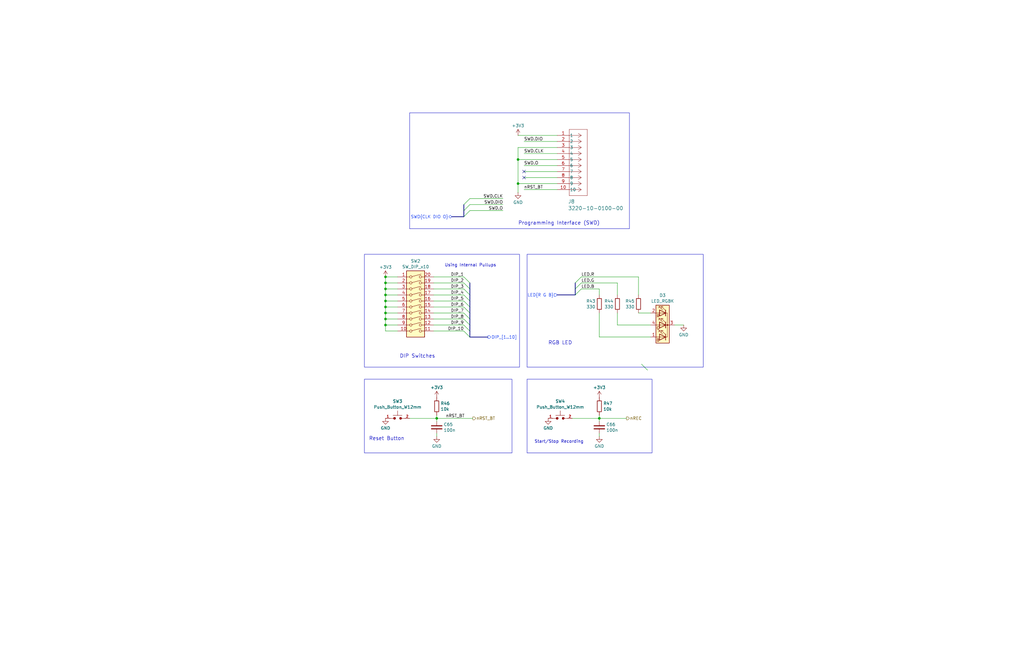
<source format=kicad_sch>
(kicad_sch (version 20231120) (generator "eeschema") (generator_version "8.0")
  (paper "B")
  (title_block (title "Camera Testing Board") (date "2024-10-19") (rev "1") (comment 1 "E. Eidt"))
  (lib_symbols
    (symbol "Device:LED_BRKG" (pin_names (offset 0) hide)
      (property "Reference" "D" (at 0 9.398 0))
      (property "Value" "LED_BRKG" (at 0 -8.89 0))
      (symbol "LED_BRKG_0_0"
        (text "B" (at 1.905 -6.35 0) (effects (font (size 1.27 1.27))))
        (text "G" (at 1.905 -1.27 0) (effects (font (size 1.27 1.27))))
        (text "R" (at 1.905 3.81 0) (effects (font (size 1.27 1.27))))
      )
      (symbol "LED_BRKG_0_1"
        (circle (center -2.032 0) (radius 0.254) (fill (type outline)))
        (polyline (pts (xy -1.27 -5.08) (xy 1.27 -5.08)))
        (polyline (pts (xy -1.27 -3.81) (xy -1.27 -6.35)) (stroke (width 0.254)))
        (polyline (pts (xy -1.27 0) (xy -2.54 0)))
        (polyline (pts (xy -1.27 1.27) (xy -1.27 -1.27)) (stroke (width 0.254)))
        (polyline (pts (xy -1.27 5.08) (xy 1.27 5.08)))
        (polyline (pts (xy -1.27 6.35) (xy -1.27 3.81)) (stroke (width 0.254)))
        (polyline (pts (xy 1.27 -5.08) (xy 2.54 -5.08)))
        (polyline (pts (xy 1.27 0) (xy -1.27 0)))
        (polyline (pts (xy 1.27 0) (xy 2.54 0)))
        (polyline (pts (xy 1.27 5.08) (xy 2.54 5.08)))
        (polyline (pts (xy -1.27 1.27) (xy -1.27 -1.27) (xy -1.27 -1.27)))
        (polyline (pts (xy -1.27 6.35) (xy -1.27 3.81) (xy -1.27 3.81)))
        (polyline (pts (xy -1.27 5.08) (xy -2.032 5.08) (xy -2.032 -5.08) (xy -1.016 -5.08)))
        (polyline (pts (xy 1.27 -3.81) (xy 1.27 -6.35) (xy -1.27 -5.08) (xy 1.27 -3.81)) (stroke (width 0.254)))
        (polyline (pts (xy 1.27 1.27) (xy 1.27 -1.27) (xy -1.27 0) (xy 1.27 1.27)) (stroke (width 0.254)))
        (polyline (pts (xy 1.27 6.35) (xy 1.27 3.81) (xy -1.27 5.08) (xy 1.27 6.35)) (stroke (width 0.254)))
        (polyline (pts (xy -1.016 -3.81) (xy 0.508 -2.286) (xy -0.254 -2.286) (xy 0.508 -2.286) (xy 0.508 -3.048)))
        (polyline (pts (xy -1.016 1.27) (xy 0.508 2.794) (xy -0.254 2.794) (xy 0.508 2.794) (xy 0.508 2.032)))
        (polyline (pts (xy -1.016 6.35) (xy 0.508 7.874) (xy -0.254 7.874) (xy 0.508 7.874) (xy 0.508 7.112)))
        (polyline (pts (xy 0 -3.81) (xy 1.524 -2.286) (xy 0.762 -2.286) (xy 1.524 -2.286) (xy 1.524 -3.048)))
        (polyline (pts (xy 0 1.27) (xy 1.524 2.794) (xy 0.762 2.794) (xy 1.524 2.794) (xy 1.524 2.032)))
        (polyline (pts (xy 0 6.35) (xy 1.524 7.874) (xy 0.762 7.874) (xy 1.524 7.874) (xy 1.524 7.112)))
        (rectangle (start 1.27 -1.27) (end 1.27 1.27))
        (rectangle (start 1.27 1.27) (end 1.27 1.27))
        (rectangle (start 1.27 3.81) (end 1.27 6.35))
        (rectangle (start 1.27 6.35) (end 1.27 6.35))
        (rectangle (start 2.794 8.382) (end -2.794 -7.62) (stroke (width 0.254)) (fill (type background)))
      )
      (symbol "LED_BRKG_1_1"
        (pin passive line (at 5.08 -5.08 180) (length 2.54) (name "BA") (number "1"))
        (pin passive line (at 5.08 5.08 180) (length 2.54) (name "RA") (number "2"))
        (pin passive line (at -5.08 0 0) (length 2.54) (name "K") (number "3"))
        (pin passive line (at 5.08 0 180) (length 2.54) (name "GA") (number "4"))
      )
    )
    (symbol "PCM_SL_Capacitors:100nF_Ceramic"
      (property "Reference" "C" (at 0 6.35 0))
      (property "Value" "100nF_Ceramic" (at 0 3.81 0))
      (symbol "100nF_Ceramic_0_1"
        (rectangle (start -0.762 2.286) (end -0.508 -2.286) (fill (type outline)))
        (rectangle (start 0.508 2.286) (end 0.762 -2.286) (fill (type outline)))
      )
      (symbol "100nF_Ceramic_1_1"
        (pin passive line (at -2.54 0 0) (length 2) (name "~") (number "1"))
        (pin input line (at 2.54 0 180) (length 2) (name "~") (number "2"))
      )
    )
    (symbol "PCM_SL_Devices:Push_Button_W12mm"
      (property "Reference" "SW" (at 0 6.35 0))
      (property "Value" "Push_Button_W12mm" (at 0 4.445 0))
      (symbol "Push_Button_W12mm_0_1"
        (circle (center -1.27 0) (radius 0.4579) (fill (type outline)))
        (polyline (pts (xy -3.175 0) (xy -1.778 0)))
        (polyline (pts (xy -1.905 1.27) (xy 1.905 1.27)))
        (polyline (pts (xy 0 1.27) (xy 0 3.175)))
        (polyline (pts (xy 1.778 0) (xy 3.175 0)))
        (circle (center 1.27 0) (radius 0.4579) (fill (type outline)))
      )
      (symbol "Push_Button_W12mm_1_1"
        (pin passive line (at -5.08 0 0) (length 2) (name "") (number "1"))
        (pin passive line (at 5.08 0 180) (length 2) (name "") (number "2"))
      )
    )
    (symbol "PCM_SL_Resistors:10k"
      (property "Reference" "R" (at 0 5.08 0))
      (property "Value" "10k" (at 0 2.54 0))
      (symbol "10k_0_1"
        (rectangle (start -2.286 0.889) (end 2.286 -0.889) (stroke (width 0.24)))
      )
      (symbol "10k_1_1"
        (pin passive line (at -3.81 0 0) (length 1.5) (name "") (number "1"))
        (pin passive line (at 3.81 0 180) (length 1.5) (name "~") (number "2"))
      )
    )
    (symbol "PCM_SL_Resistors:330ohm"
      (property "Reference" "R" (at 0 5.08 0))
      (property "Value" "330ohm" (at 0 2.54 0))
      (symbol "330ohm_0_1"
        (rectangle (start -2.286 0.889) (end 2.286 -0.889) (stroke (width 0.24)))
      )
      (symbol "330ohm_1_1"
        (pin passive line (at -3.81 0 0) (length 1.5) (name "") (number "1"))
        (pin passive line (at 3.81 0 180) (length 1.5) (name "~") (number "2"))
      )
    )
    (symbol "SWD_Connector:3220-10-0100-00" (pin_names (offset 0.254))
      (property "Reference" "J" (at 8.89 6.35 0))
      (property "Value" "3220-10-0100-00" (at 0 0 0))
      (symbol "3220-10-0100-00_1_1"
        (polyline (pts (xy 5.08 -25.4) (xy 12.7 -25.4)) (stroke (width 0.127)))
        (polyline (pts (xy 5.08 2.54) (xy 5.08 -25.4)) (stroke (width 0.127)))
        (polyline (pts (xy 10.16 -22.86) (xy 5.08 -22.86)) (stroke (width 0.127)))
        (polyline (pts (xy 10.16 -22.86) (xy 8.89 -23.7067)) (stroke (width 0.127)))
        (polyline (pts (xy 10.16 -22.86) (xy 8.89 -22.0133)) (stroke (width 0.127)))
        (polyline (pts (xy 10.16 -20.32) (xy 5.08 -20.32)) (stroke (width 0.127)))
        (polyline (pts (xy 10.16 -20.32) (xy 8.89 -21.1667)) (stroke (width 0.127)))
        (polyline (pts (xy 10.16 -20.32) (xy 8.89 -19.4733)) (stroke (width 0.127)))
        (polyline (pts (xy 10.16 -17.78) (xy 5.08 -17.78)) (stroke (width 0.127)))
        (polyline (pts (xy 10.16 -17.78) (xy 8.89 -18.6267)) (stroke (width 0.127)))
        (polyline (pts (xy 10.16 -17.78) (xy 8.89 -16.9333)) (stroke (width 0.127)))
        (polyline (pts (xy 10.16 -15.24) (xy 5.08 -15.24)) (stroke (width 0.127)))
        (polyline (pts (xy 10.16 -15.24) (xy 8.89 -16.0867)) (stroke (width 0.127)))
        (polyline (pts (xy 10.16 -15.24) (xy 8.89 -14.3933)) (stroke (width 0.127)))
        (polyline (pts (xy 10.16 -12.7) (xy 5.08 -12.7)) (stroke (width 0.127)))
        (polyline (pts (xy 10.16 -12.7) (xy 8.89 -13.5467)) (stroke (width 0.127)))
        (polyline (pts (xy 10.16 -12.7) (xy 8.89 -11.8533)) (stroke (width 0.127)))
        (polyline (pts (xy 10.16 -10.16) (xy 5.08 -10.16)) (stroke (width 0.127)))
        (polyline (pts (xy 10.16 -10.16) (xy 8.89 -11.0067)) (stroke (width 0.127)))
        (polyline (pts (xy 10.16 -10.16) (xy 8.89 -9.3133)) (stroke (width 0.127)))
        (polyline (pts (xy 10.16 -7.62) (xy 5.08 -7.62)) (stroke (width 0.127)))
        (polyline (pts (xy 10.16 -7.62) (xy 8.89 -8.4667)) (stroke (width 0.127)))
        (polyline (pts (xy 10.16 -7.62) (xy 8.89 -6.7733)) (stroke (width 0.127)))
        (polyline (pts (xy 10.16 -5.08) (xy 5.08 -5.08)) (stroke (width 0.127)))
        (polyline (pts (xy 10.16 -5.08) (xy 8.89 -5.9267)) (stroke (width 0.127)))
        (polyline (pts (xy 10.16 -5.08) (xy 8.89 -4.2333)) (stroke (width 0.127)))
        (polyline (pts (xy 10.16 -2.54) (xy 5.08 -2.54)) (stroke (width 0.127)))
        (polyline (pts (xy 10.16 -2.54) (xy 8.89 -3.3867)) (stroke (width 0.127)))
        (polyline (pts (xy 10.16 -2.54) (xy 8.89 -1.6933)) (stroke (width 0.127)))
        (polyline (pts (xy 10.16 0) (xy 5.08 0)) (stroke (width 0.127)))
        (polyline (pts (xy 10.16 0) (xy 8.89 -0.8467)) (stroke (width 0.127)))
        (polyline (pts (xy 10.16 0) (xy 8.89 0.8467)) (stroke (width 0.127)))
        (polyline (pts (xy 12.7 -25.4) (xy 12.7 2.54)) (stroke (width 0.127)))
        (polyline (pts (xy 12.7 2.54) (xy 5.08 2.54)) (stroke (width 0.127)))
        (pin passive line (at 0 0 0) (length 5.08) (name "1") (number "1"))
        (pin passive line (at 0 -22.86 0) (length 5.08) (name "10") (number "10"))
        (pin passive line (at 0 -2.54 0) (length 5.08) (name "2") (number "2"))
        (pin passive line (at 0 -5.08 0) (length 5.08) (name "3") (number "3"))
        (pin passive line (at 0 -7.62 0) (length 5.08) (name "4") (number "4"))
        (pin passive line (at 0 -10.16 0) (length 5.08) (name "5") (number "5"))
        (pin passive line (at 0 -12.7 0) (length 5.08) (name "6") (number "6"))
        (pin passive line (at 0 -15.24 0) (length 5.08) (name "7") (number "7"))
        (pin passive line (at 0 -17.78 0) (length 5.08) (name "8") (number "8"))
        (pin passive line (at 0 -20.32 0) (length 5.08) (name "9") (number "9"))
      )
      (symbol "3220-10-0100-00_1_2"
        (polyline (pts (xy 5.08 -25.4) (xy 12.7 -25.4)) (stroke (width 0.127)))
        (polyline (pts (xy 5.08 2.54) (xy 5.08 -25.4)) (stroke (width 0.127)))
        (polyline (pts (xy 7.62 -22.86) (xy 5.08 -22.86)) (stroke (width 0.127)))
        (polyline (pts (xy 7.62 -22.86) (xy 8.89 -23.7067)) (stroke (width 0.127)))
        (polyline (pts (xy 7.62 -22.86) (xy 8.89 -22.0133)) (stroke (width 0.127)))
        (polyline (pts (xy 7.62 -20.32) (xy 5.08 -20.32)) (stroke (width 0.127)))
        (polyline (pts (xy 7.62 -20.32) (xy 8.89 -21.1667)) (stroke (width 0.127)))
        (polyline (pts (xy 7.62 -20.32) (xy 8.89 -19.4733)) (stroke (width 0.127)))
        (polyline (pts (xy 7.62 -17.78) (xy 5.08 -17.78)) (stroke (width 0.127)))
        (polyline (pts (xy 7.62 -17.78) (xy 8.89 -18.6267)) (stroke (width 0.127)))
        (polyline (pts (xy 7.62 -17.78) (xy 8.89 -16.9333)) (stroke (width 0.127)))
        (polyline (pts (xy 7.62 -15.24) (xy 5.08 -15.24)) (stroke (width 0.127)))
        (polyline (pts (xy 7.62 -15.24) (xy 8.89 -16.0867)) (stroke (width 0.127)))
        (polyline (pts (xy 7.62 -15.24) (xy 8.89 -14.3933)) (stroke (width 0.127)))
        (polyline (pts (xy 7.62 -12.7) (xy 5.08 -12.7)) (stroke (width 0.127)))
        (polyline (pts (xy 7.62 -12.7) (xy 8.89 -13.5467)) (stroke (width 0.127)))
        (polyline (pts (xy 7.62 -12.7) (xy 8.89 -11.8533)) (stroke (width 0.127)))
        (polyline (pts (xy 7.62 -10.16) (xy 5.08 -10.16)) (stroke (width 0.127)))
        (polyline (pts (xy 7.62 -10.16) (xy 8.89 -11.0067)) (stroke (width 0.127)))
        (polyline (pts (xy 7.62 -10.16) (xy 8.89 -9.3133)) (stroke (width 0.127)))
        (polyline (pts (xy 7.62 -7.62) (xy 5.08 -7.62)) (stroke (width 0.127)))
        (polyline (pts (xy 7.62 -7.62) (xy 8.89 -8.4667)) (stroke (width 0.127)))
        (polyline (pts (xy 7.62 -7.62) (xy 8.89 -6.7733)) (stroke (width 0.127)))
        (polyline (pts (xy 7.62 -5.08) (xy 5.08 -5.08)) (stroke (width 0.127)))
        (polyline (pts (xy 7.62 -5.08) (xy 8.89 -5.9267)) (stroke (width 0.127)))
        (polyline (pts (xy 7.62 -5.08) (xy 8.89 -4.2333)) (stroke (width 0.127)))
        (polyline (pts (xy 7.62 -2.54) (xy 5.08 -2.54)) (stroke (width 0.127)))
        (polyline (pts (xy 7.62 -2.54) (xy 8.89 -3.3867)) (stroke (width 0.127)))
        (polyline (pts (xy 7.62 -2.54) (xy 8.89 -1.6933)) (stroke (width 0.127)))
        (polyline (pts (xy 7.62 0) (xy 5.08 0)) (stroke (width 0.127)))
        (polyline (pts (xy 7.62 0) (xy 8.89 -0.8467)) (stroke (width 0.127)))
        (polyline (pts (xy 7.62 0) (xy 8.89 0.8467)) (stroke (width 0.127)))
        (polyline (pts (xy 12.7 -25.4) (xy 12.7 2.54)) (stroke (width 0.127)))
        (polyline (pts (xy 12.7 2.54) (xy 5.08 2.54)) (stroke (width 0.127)))
        (pin unspecified line (at 0 0 0) (length 5.08) (name "1") (number "1"))
        (pin unspecified line (at 0 -22.86 0) (length 5.08) (name "10") (number "10"))
        (pin unspecified line (at 0 -2.54 0) (length 5.08) (name "2") (number "2"))
        (pin unspecified line (at 0 -5.08 0) (length 5.08) (name "3") (number "3"))
        (pin unspecified line (at 0 -7.62 0) (length 5.08) (name "4") (number "4"))
        (pin unspecified line (at 0 -10.16 0) (length 5.08) (name "5") (number "5"))
        (pin unspecified line (at 0 -12.7 0) (length 5.08) (name "6") (number "6"))
        (pin unspecified line (at 0 -15.24 0) (length 5.08) (name "7") (number "7"))
        (pin unspecified line (at 0 -17.78 0) (length 5.08) (name "8") (number "8"))
        (pin unspecified line (at 0 -20.32 0) (length 5.08) (name "9") (number "9"))
      )
    )
    (symbol "Switch:SW_DIP_x10" (pin_names (offset 0) hide)
      (property "Reference" "SW" (at 0 16.51 0))
      (property "Value" "SW_DIP_x10" (at 0 -13.97 0))
      (symbol "SW_DIP_x10_0_0"
        (circle (center -2.032 -10.16) (radius 0.508))
        (circle (center -2.032 -7.62) (radius 0.508))
        (circle (center -2.032 -5.08) (radius 0.508))
        (circle (center -2.032 -2.54) (radius 0.508))
        (circle (center -2.032 0) (radius 0.508))
        (circle (center -2.032 2.54) (radius 0.508))
        (circle (center -2.032 5.08) (radius 0.508))
        (circle (center -2.032 7.62) (radius 0.508))
        (circle (center -2.032 10.16) (radius 0.508))
        (circle (center -2.032 12.7) (radius 0.508))
        (polyline (pts (xy -1.524 -10.0076) (xy 2.3622 -8.9662)))
        (polyline (pts (xy -1.524 -7.4676) (xy 2.3622 -6.4262)))
        (polyline (pts (xy -1.524 -4.9276) (xy 2.3622 -3.8862)))
        (polyline (pts (xy -1.524 -2.3876) (xy 2.3622 -1.3462)))
        (polyline (pts (xy -1.524 0.127) (xy 2.3622 1.1684)))
        (polyline (pts (xy -1.524 2.667) (xy 2.3622 3.7084)))
        (polyline (pts (xy -1.524 5.207) (xy 2.3622 6.2484)))
        (polyline (pts (xy -1.524 7.747) (xy 2.3622 8.7884)))
        (polyline (pts (xy -1.524 10.287) (xy 2.3622 11.3284)))
        (polyline (pts (xy -1.524 12.827) (xy 2.3622 13.8684)))
        (circle (center 2.032 -10.16) (radius 0.508))
        (circle (center 2.032 -7.62) (radius 0.508))
        (circle (center 2.032 -5.08) (radius 0.508))
        (circle (center 2.032 -2.54) (radius 0.508))
        (circle (center 2.032 0) (radius 0.508))
        (circle (center 2.032 2.54) (radius 0.508))
        (circle (center 2.032 5.08) (radius 0.508))
        (circle (center 2.032 7.62) (radius 0.508))
        (circle (center 2.032 10.16) (radius 0.508))
        (circle (center 2.032 12.7) (radius 0.508))
      )
      (symbol "SW_DIP_x10_0_1"
        (rectangle (start -3.81 15.24) (end 3.81 -12.7) (stroke (width 0.254)) (fill (type background)))
      )
      (symbol "SW_DIP_x10_1_1"
        (pin passive line (at -7.62 12.7 0) (length 5.08) (name "~") (number "1"))
        (pin passive line (at -7.62 -10.16 0) (length 5.08) (name "~") (number "10"))
        (pin passive line (at 7.62 -10.16 180) (length 5.08) (name "~") (number "11"))
        (pin passive line (at 7.62 -7.62 180) (length 5.08) (name "~") (number "12"))
        (pin passive line (at 7.62 -5.08 180) (length 5.08) (name "~") (number "13"))
        (pin passive line (at 7.62 -2.54 180) (length 5.08) (name "~") (number "14"))
        (pin passive line (at 7.62 0 180) (length 5.08) (name "~") (number "15"))
        (pin passive line (at 7.62 2.54 180) (length 5.08) (name "~") (number "16"))
        (pin passive line (at 7.62 5.08 180) (length 5.08) (name "~") (number "17"))
        (pin passive line (at 7.62 7.62 180) (length 5.08) (name "~") (number "18"))
        (pin passive line (at 7.62 10.16 180) (length 5.08) (name "~") (number "19"))
        (pin passive line (at -7.62 10.16 0) (length 5.08) (name "~") (number "2"))
        (pin passive line (at 7.62 12.7 180) (length 5.08) (name "~") (number "20"))
        (pin passive line (at -7.62 7.62 0) (length 5.08) (name "~") (number "3"))
        (pin passive line (at -7.62 5.08 0) (length 5.08) (name "~") (number "4"))
        (pin passive line (at -7.62 2.54 0) (length 5.08) (name "~") (number "5"))
        (pin passive line (at -7.62 0 0) (length 5.08) (name "~") (number "6"))
        (pin passive line (at -7.62 -2.54 0) (length 5.08) (name "~") (number "7"))
        (pin passive line (at -7.62 -5.08 0) (length 5.08) (name "~") (number "8"))
        (pin passive line (at -7.62 -7.62 0) (length 5.08) (name "~") (number "9"))
      )
    )
    (symbol "power:+3V3" (power) (pin_numbers hide) (pin_names (offset 0) hide)
      (property "Value" "+3V3" (at 0 3.556 0))
      (symbol "+3V3_0_1"
        (polyline (pts (xy -0.762 1.27) (xy 0 2.54)))
        (polyline (pts (xy 0 0) (xy 0 2.54)))
        (polyline (pts (xy 0 2.54) (xy 0.762 1.27)))
      )
      (symbol "+3V3_1_1"
        (pin power_in line (at 0 0 90) (length 0) (name "~") (number "1"))
      )
    )
    (symbol "power:GND" (power) (pin_numbers hide) (pin_names (offset 0) hide)
      (property "Value" "GND" (at 0 -3.81 0))
      (symbol "GND_0_1"
        (polyline (pts (xy 0 0) (xy 0 -1.27) (xy 1.27 -1.27) (xy 0 -2.54) (xy -1.27 -1.27) (xy 0 -1.27)))
      )
      (symbol "GND_1_1"
        (pin power_in line (at 0 0 270) (length 0) (name "~") (number "1"))
      )
    )
  )
  (junction (at 162.56 127))
  (junction (at 162.56 134.62))
  (junction (at 162.56 129.54))
  (junction (at 162.56 124.46))
  (junction (at 162.56 132.08))
  (junction (at 162.56 121.92))
  (junction (at 252.73 176.53))
  (junction (at 184.15 176.53))
  (junction (at 218.44 67.31))
  (junction (at 218.44 77.47))
  (junction (at 162.56 119.38))
  (junction (at 162.56 137.16))
  (junction (at 162.56 116.84))
  (no_connect (at 220.98 72.39))
  (no_connect (at 220.98 74.93))
  (bus_entry (at 242.57 121.92) (size 2.54 -2.54))
  (bus_entry (at 195.58 139.7) (size 2.54 2.54))
  (bus_entry (at 195.58 137.16) (size 2.54 2.54))
  (bus_entry (at 270.51 153.67) (size 2.54 2.54))
  (bus_entry (at 195.58 119.38) (size 2.54 2.54))
  (bus_entry (at 195.58 124.46) (size 2.54 2.54))
  (bus_entry (at 195.58 116.84) (size 2.54 2.54))
  (bus_entry (at 195.58 129.54) (size 2.54 2.54))
  (bus_entry (at 195.58 127) (size 2.54 2.54))
  (bus_entry (at 195.58 134.62) (size 2.54 2.54))
  (bus_entry (at 242.57 119.38) (size 2.54 -2.54))
  (bus_entry (at 198.12 83.82) (size -2.54 2.54))
  (bus_entry (at 242.57 124.46) (size 2.54 -2.54))
  (bus_entry (at 198.12 88.9) (size -2.54 2.54))
  (bus_entry (at 195.58 121.92) (size 2.54 2.54))
  (bus_entry (at 195.58 132.08) (size 2.54 2.54))
  (bus_entry (at 198.12 86.36) (size -2.54 2.54))
  (bus (pts (xy 195.58 88.9) (xy 195.58 91.44)))
  (wire (pts (xy 288.29 137.16) (xy 284.48 137.16)))
  (wire (pts (xy 184.15 175.26) (xy 184.15 176.53)))
  (wire (pts (xy 162.56 127) (xy 162.56 129.54)))
  (bus (pts (xy 198.12 121.92) (xy 198.12 124.46)))
  (bus (pts (xy 198.12 137.16) (xy 198.12 139.7)))
  (wire (pts (xy 218.44 62.23) (xy 234.95 62.23)))
  (bus (pts (xy 242.57 121.92) (xy 242.57 124.46)))
  (wire (pts (xy 162.56 132.08) (xy 167.64 132.08)))
  (wire (pts (xy 182.88 119.38) (xy 195.58 119.38)))
  (wire (pts (xy 162.56 119.38) (xy 167.64 119.38)))
  (wire (pts (xy 218.44 67.31) (xy 234.95 67.31)))
  (wire (pts (xy 220.98 80.01) (xy 234.95 80.01)))
  (wire (pts (xy 245.11 121.92) (xy 252.73 121.92)))
  (wire (pts (xy 162.56 137.16) (xy 162.56 139.7)))
  (wire (pts (xy 182.88 129.54) (xy 195.58 129.54)))
  (wire (pts (xy 220.98 69.85) (xy 234.95 69.85)))
  (wire (pts (xy 182.88 132.08) (xy 195.58 132.08)))
  (wire (pts (xy 218.44 81.28) (xy 218.44 77.47)))
  (wire (pts (xy 162.56 134.62) (xy 167.64 134.62)))
  (wire (pts (xy 220.98 72.39) (xy 234.95 72.39)))
  (wire (pts (xy 162.56 121.92) (xy 167.64 121.92)))
  (wire (pts (xy 162.56 137.16) (xy 167.64 137.16)))
  (wire (pts (xy 162.56 121.92) (xy 162.56 124.46)))
  (wire (pts (xy 198.12 86.36) (xy 212.09 86.36)))
  (wire (pts (xy 162.56 116.84) (xy 162.56 119.38)))
  (wire (pts (xy 241.3 176.53) (xy 252.73 176.53)))
  (wire (pts (xy 252.73 175.26) (xy 252.73 176.53)))
  (wire (pts (xy 172.72 176.53) (xy 184.15 176.53)))
  (bus (pts (xy 198.12 119.38) (xy 198.12 121.92)))
  (bus (pts (xy 242.57 119.38) (xy 242.57 121.92)))
  (wire (pts (xy 162.56 132.08) (xy 162.56 134.62)))
  (wire (pts (xy 162.56 119.38) (xy 162.56 121.92)))
  (wire (pts (xy 218.44 62.23) (xy 218.44 67.31)))
  (wire (pts (xy 162.56 129.54) (xy 167.64 129.54)))
  (wire (pts (xy 162.56 134.62) (xy 162.56 137.16)))
  (wire (pts (xy 220.98 74.93) (xy 234.95 74.93)))
  (bus (pts (xy 190.5 91.44) (xy 195.58 91.44)))
  (wire (pts (xy 274.32 142.24) (xy 252.73 142.24)))
  (wire (pts (xy 182.88 124.46) (xy 195.58 124.46)))
  (wire (pts (xy 182.88 127) (xy 195.58 127)))
  (wire (pts (xy 162.56 129.54) (xy 162.56 132.08)))
  (wire (pts (xy 274.32 137.16) (xy 260.35 137.16)))
  (bus (pts (xy 198.12 132.08) (xy 198.12 134.62)))
  (wire (pts (xy 182.88 134.62) (xy 195.58 134.62)))
  (wire (pts (xy 184.15 177.8) (xy 184.15 176.53)))
  (wire (pts (xy 252.73 177.8) (xy 252.73 176.53)))
  (wire (pts (xy 220.98 59.69) (xy 234.95 59.69)))
  (bus (pts (xy 198.12 124.46) (xy 198.12 127)))
  (wire (pts (xy 252.73 124.46) (xy 252.73 121.92)))
  (bus (pts (xy 198.12 127) (xy 198.12 129.54)))
  (wire (pts (xy 182.88 139.7) (xy 195.58 139.7)))
  (wire (pts (xy 182.88 121.92) (xy 195.58 121.92)))
  (bus (pts (xy 198.12 134.62) (xy 198.12 137.16)))
  (wire (pts (xy 260.35 137.16) (xy 260.35 132.08)))
  (wire (pts (xy 218.44 57.15) (xy 234.95 57.15)))
  (wire (pts (xy 218.44 77.47) (xy 234.95 77.47)))
  (wire (pts (xy 198.12 88.9) (xy 212.09 88.9)))
  (bus (pts (xy 198.12 139.7) (xy 198.12 142.24)))
  (wire (pts (xy 245.11 119.38) (xy 260.35 119.38)))
  (wire (pts (xy 252.73 132.08) (xy 252.73 142.24)))
  (wire (pts (xy 274.32 132.08) (xy 269.24 132.08)))
  (bus (pts (xy 198.12 142.24) (xy 205.74 142.24)))
  (wire (pts (xy 182.88 137.16) (xy 195.58 137.16)))
  (wire (pts (xy 162.56 124.46) (xy 162.56 127)))
  (bus (pts (xy 195.58 86.36) (xy 195.58 88.9)))
  (wire (pts (xy 269.24 124.46) (xy 269.24 116.84)))
  (wire (pts (xy 260.35 124.46) (xy 260.35 119.38)))
  (wire (pts (xy 252.73 176.53) (xy 264.16 176.53)))
  (wire (pts (xy 184.15 184.15) (xy 184.15 182.88)))
  (wire (pts (xy 218.44 77.47) (xy 218.44 67.31)))
  (wire (pts (xy 167.64 139.7) (xy 162.56 139.7)))
  (wire (pts (xy 220.98 64.77) (xy 234.95 64.77)))
  (wire (pts (xy 162.56 116.84) (xy 167.64 116.84)))
  (wire (pts (xy 182.88 116.84) (xy 195.58 116.84)))
  (wire (pts (xy 252.73 184.15) (xy 252.73 182.88)))
  (bus (pts (xy 234.95 124.46) (xy 242.57 124.46)))
  (wire (pts (xy 245.11 116.84) (xy 269.24 116.84)))
  (wire (pts (xy 198.12 83.82) (xy 212.09 83.82)))
  (bus (pts (xy 198.12 129.54) (xy 198.12 132.08)))
  (wire (pts (xy 184.15 176.53) (xy 199.39 176.53)))
  (wire (pts (xy 162.56 124.46) (xy 167.64 124.46)))
  (wire (pts (xy 162.56 127) (xy 167.64 127)))
  (rectangle (start 172.72 47.625) (end 265.43 96.52))
  (rectangle (start 222.25 107.315) (end 296.545 154.94))
  (rectangle (start 153.67 107.315) (end 219.075 154.94))
  (rectangle (start 222.25 160.02) (end 274.955 191.135))
  (rectangle (start 153.67 160.02) (end 215.9 191.135))
  (text "Using Internal Pullups" (at 198.374 112.014 0) (effects (font (size 1.27 1.27))))
  (text "DIP Switches" (at 176.022 150.368 0) (effects (font (size 1.524 1.524))))
  (text "Programming Interface (SWD)" (at 235.712 94.234 0) (effects (font (size 1.524 1.524))))
  (text "Start/Stop Recording" (at 235.712 186.436 0) (effects (font (size 1.27 1.27))))
  (text "Reset Button" (at 163.068 185.166 0) (effects (font (size 1.524 1.524))))
  (text "RGB LED" (at 236.22 144.78 0) (effects (font (size 1.524 1.524))))
  (label "DIP_8" (at 195.58 134.62 180))
  (label "SWD.CLK" (at 220.98 64.77 0))
  (label "DIP_9" (at 195.58 137.16 180))
  (label "SWD.DIO" (at 220.98 59.69 0))
  (label "LED.R" (at 245.11 116.84 0))
  (label "DIP_3" (at 195.58 121.92 180))
  (label "DIP_10" (at 195.58 139.7 180))
  (label "DIP_1" (at 195.58 116.84 180))
  (label "DIP_7" (at 195.58 132.08 180))
  (label "DIP_6" (at 195.58 129.54 180))
  (label "nRST_BT" (at 187.96 176.53 0))
  (label "DIP_5" (at 195.58 127 180))
  (label "LED.G" (at 245.11 119.38 0))
  (label "SWD.DIO" (at 212.09 86.36 180))
  (label "SWD.O" (at 212.09 88.9 180))
  (label "SWD.O" (at 220.98 69.85 0))
  (label "DIP_2" (at 195.58 119.38 180))
  (label "SWD.CLK" (at 212.09 83.82 180))
  (label "LED.B" (at 245.11 121.92 0))
  (label "nRST_BT" (at 220.98 80.01 0))
  (label "DIP_4" (at 195.58 124.46 180))
  (hierarchical_label "nRST_BT" (shape output) (at 199.39 176.53 0))
  (hierarchical_label "LED{R G B}" (shape input) (at 234.95 124.46 180))
  (hierarchical_label "DIP_[1..10]" (shape output) (at 205.74 142.24 0))
  (hierarchical_label "nREC" (shape output) (at 264.16 176.53 0))
  (hierarchical_label "SWD{CLK DIO O}" (shape bidirectional) (at 190.5 91.44 180))
  (symbol (lib_id "PCM_SL_Capacitors:100nF_Ceramic") (at 184.15 180.34 90) (unit 1)
    (property "Reference" "C65" (at 187.071 179.1278 90) (effects (justify right)))
    (property "Value" "100n" (at 187.071 181.5521 90) (effects (justify right)))
    (property "Footprint" "Capacitor_SMD:C_0603_1608Metric" (effects (hide yes)))
    (property "Description" "100nF Ceramic Capacitor" (effects (hide yes)))
  )
  (symbol (lib_id "SWD_Connector:3220-10-0100-00") (at 234.95 57.15 0) (unit 1)
    (property "Reference" "J8" (at 239.522 85.0511 0) (effects (font (size 1.524 1.524)) (justify left)))
    (property "Value" "3220-10-0100-00" (at 239.522 87.884 0) (effects (font (size 1.524 1.524)) (justify left)))
    (property "Footprint" "SWD_Connector:CONN_3220-10-0100-00_CNC" (effects (hide yes)))
    (property "Datasheet" "3220-10-0100-00" (effects (hide yes)))
  )
  (symbol (lib_id "power:GND") (at 231.14 176.53 0) (mirror y) (unit 1)
    (property "Reference" "#PWR0152" (effects (hide yes)))
    (property "Value" "GND" (at 231.14 180.6631 0))
    (property "Description" "Power symbol creates a global label with name \"GND\" , ground" (effects (hide yes)))
  )
  (symbol (lib_id "PCM_SL_Devices:Push_Button_W12mm") (at 167.64 176.53 0) (unit 1)
    (property "Reference" "SW3" (at 167.64 169.3375 0))
    (property "Value" "Push_Button_W12mm" (at 167.64 171.7618 0))
    (property "Footprint" "Button_Switch_SMD:SW_Push_1P1T_NO_CK_KSC7xxJ" (effects (hide yes)))
    (property "Description" "Common 12mmx12mm Push Button" (effects (hide yes)))
  )
  (symbol (lib_id "PCM_SL_Resistors:330ohm") (at 260.35 128.27 270) (mirror x) (unit 1)
    (property "Reference" "R44" (at 258.706 127.0578 90) (effects (justify right)))
    (property "Value" "330" (at 258.706 129.4821 90) (effects (justify right)))
    (property "Footprint" "Resistor_SMD:R_0603_1608Metric" (effects (hide yes)))
    (property "Description" "330Ω, 1/4W Resistor" (effects (hide yes)))
  )
  (symbol (lib_id "power:+3V3") (at 218.44 57.15 0) (unit 1)
    (property "Reference" "#PWR0145" (effects (hide yes)))
    (property "Value" "+3V3" (at 218.44 53.0169 0))
    (property "Description" "Power symbol creates a global label with name \"+3V3\"" (effects (hide yes)))
  )
  (symbol (lib_id "power:+3V3") (at 162.56 116.84 0) (unit 1)
    (property "Reference" "#PWR0147" (effects (hide yes)))
    (property "Value" "+3V3" (at 162.56 112.7069 0))
    (property "Description" "Power symbol creates a global label with name \"+3V3\"" (effects (hide yes)))
  )
  (symbol (lib_id "power:GND") (at 218.44 81.28 0) (mirror y) (unit 1)
    (property "Reference" "#PWR0146" (effects (hide yes)))
    (property "Value" "GND" (at 218.44 85.4131 0))
    (property "Description" "Power symbol creates a global label with name \"GND\" , ground" (effects (hide yes)))
  )
  (symbol (lib_id "PCM_SL_Resistors:10k") (at 184.15 171.45 90) (unit 1)
    (property "Reference" "R46" (at 185.794 170.2378 90) (effects (justify right)))
    (property "Value" "10k" (at 185.794 172.6621 90) (effects (justify right)))
    (property "Footprint" "Resistor_SMD:R_0603_1608Metric" (effects (hide yes)))
    (property "Description" "10kΩ, 1/4W Resistor" (effects (hide yes)))
  )
  (symbol (lib_id "power:GND") (at 162.56 176.53 0) (mirror y) (unit 1)
    (property "Reference" "#PWR0151" (effects (hide yes)))
    (property "Value" "GND" (at 162.56 180.6631 0))
    (property "Description" "Power symbol creates a global label with name \"GND\" , ground" (effects (hide yes)))
  )
  (symbol (lib_id "power:+3V3") (at 252.73 167.64 0) (unit 1)
    (property "Reference" "#PWR0150" (effects (hide yes)))
    (property "Value" "+3V3" (at 252.73 163.5069 0))
    (property "Description" "Power symbol creates a global label with name \"+3V3\"" (effects (hide yes)))
  )
  (symbol (lib_id "PCM_SL_Resistors:330ohm") (at 252.73 128.27 270) (mirror x) (unit 1)
    (property "Reference" "R43" (at 251.086 127.0578 90) (effects (justify right)))
    (property "Value" "330" (at 251.086 129.4821 90) (effects (justify right)))
    (property "Footprint" "Resistor_SMD:R_0603_1608Metric" (effects (hide yes)))
    (property "Description" "330Ω, 1/4W Resistor" (effects (hide yes)))
  )
  (symbol (lib_id "power:GND") (at 184.15 184.15 0) (mirror y) (unit 1)
    (property "Reference" "#PWR0153" (effects (hide yes)))
    (property "Value" "GND" (at 184.15 188.2831 0))
    (property "Description" "Power symbol creates a global label with name \"GND\" , ground" (effects (hide yes)))
  )
  (symbol (lib_id "PCM_SL_Resistors:10k") (at 252.73 171.45 90) (unit 1)
    (property "Reference" "R47" (at 254.374 170.2378 90) (effects (justify right)))
    (property "Value" "10k" (at 254.374 172.6621 90) (effects (justify right)))
    (property "Footprint" "Resistor_SMD:R_0603_1608Metric" (effects (hide yes)))
    (property "Description" "10kΩ, 1/4W Resistor" (effects (hide yes)))
  )
  (symbol (lib_id "power:GND") (at 252.73 184.15 0) (mirror y) (unit 1)
    (property "Reference" "#PWR0154" (effects (hide yes)))
    (property "Value" "GND" (at 252.73 188.2831 0))
    (property "Description" "Power symbol creates a global label with name \"GND\" , ground" (effects (hide yes)))
  )
  (symbol (lib_id "Device:LED_BRKG") (at 279.4 137.16 0) (mirror y) (unit 1)
    (property "Reference" "D3" (at 279.4 124.6335 0))
    (property "Value" "LED_RGBK" (at 279.4 127.0578 0))
    (property "Footprint" "LED_THT:LED_D5.0mm-4_RGB" (effects (hide yes)))
    (property "Description" "RGB LED, blue/red/cathode/green" (effects (hide yes)))
  )
  (symbol (lib_id "PCM_SL_Capacitors:100nF_Ceramic") (at 252.73 180.34 90) (unit 1)
    (property "Reference" "C66" (at 255.651 179.1278 90) (effects (justify right)))
    (property "Value" "100n" (at 255.651 181.5521 90) (effects (justify right)))
    (property "Footprint" "Capacitor_SMD:C_0603_1608Metric" (effects (hide yes)))
    (property "Description" "100nF Ceramic Capacitor" (effects (hide yes)))
  )
  (symbol (lib_id "power:GND") (at 288.29 137.16 0) (mirror y) (unit 1)
    (property "Reference" "#PWR0148" (effects (hide yes)))
    (property "Value" "GND" (at 288.29 141.2931 0))
    (property "Description" "Power symbol creates a global label with name \"GND\" , ground" (effects (hide yes)))
  )
  (symbol (lib_id "power:+3V3") (at 184.15 167.64 0) (unit 1)
    (property "Reference" "#PWR0149" (effects (hide yes)))
    (property "Value" "+3V3" (at 184.15 163.5069 0))
    (property "Description" "Power symbol creates a global label with name \"+3V3\"" (effects (hide yes)))
  )
  (symbol (lib_id "PCM_SL_Devices:Push_Button_W12mm") (at 236.22 176.53 0) (unit 1)
    (property "Reference" "SW4" (at 236.22 169.3375 0))
    (property "Value" "Push_Button_W12mm" (at 236.22 171.7618 0))
    (property "Footprint" "Button_Switch_SMD:SW_Push_1P1T_NO_CK_KSC7xxJ" (effects (hide yes)))
    (property "Description" "Common 12mmx12mm Push Button" (effects (hide yes)))
  )
  (symbol (lib_id "PCM_SL_Resistors:330ohm") (at 269.24 128.27 270) (mirror x) (unit 1)
    (property "Reference" "R45" (at 267.596 127.0578 90) (effects (justify right)))
    (property "Value" "330" (at 267.596 129.4821 90) (effects (justify right)))
    (property "Footprint" "Resistor_SMD:R_0603_1608Metric" (effects (hide yes)))
    (property "Description" "330Ω, 1/4W Resistor" (effects (hide yes)))
  )
  (symbol (lib_id "Switch:SW_DIP_x10") (at 175.26 129.54 0) (unit 1) (on_board no)
    (property "Reference" "SW2" (at 175.26 110.1555 0))
    (property "Value" "SW_DIP_x10" (at 175.26 112.5798 0))
    (property "Footprint" "Package_DIP:DIP-20_W7.62mm" (effects (hide yes)))
    (property "Description" "10x DIP Switch, Single Pole Single Throw (SPST) switch, small symbol" (effects (hide yes)))
  )
)
</source>
